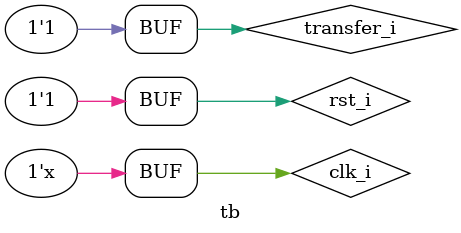
<source format=v>
module apb(input clk,rst,transfer,pready,pwrite,output reg pselx,penable);

parameter ideal=0,setup=1,access=2;

reg[1:0]cs,ns;

always @(posedge clk or negedge rst)
    begin
        if(!rst)
            begin
                cs<=0;
                pselx<=0;
                penable<=0;
            end
        else
            cs<=ns;
    end

always @(*)
    begin
        case(cs)
            ideal   :   if(transfer==1)
                            begin
                                ns<=setup;
                                pselx<=1;
                                penable<=0;
                            end
                        else
                            begin
                                ns<=ideal;
                                pselx<=0;
                                penable<=0;
                            end

            setup   :   if(transfer==1)
                            begin
                                ns<=access;
                                pselx<=1;
                                penable<=1;
                            end
                        else
                            begin
                                ns<=ideal;
                                pselx<=0;
                                penable<=0;
                            end

            access  :   if(pready==0)
                            begin
                                ns<=access;
                                pselx<=1;
                                penable<=1;
                            end
                        else                      //pready==1
                            begin
                                if(transfer==1)
                                   begin
                                    ns<=setup;
                                    pselx<=1;
                                    penable<=0;
                                   end
                                 else
                                    begin
                                     ns<=ideal;
                                     pselx<=0;
                                     penable<=0;
                                    end
                             end

        endcase          
    end

    endmodule

//----------------------------------------------------------------TB---------------------------------------------------------------
module tb();
 reg clk_i,rst_i,transfer_i,pready_i,pwrite_i;
 wire pselx_o,penable_o;

apb rtl(clk_i,rst_i,transfer_i,pready_i,pwrite_i,pselx_o,penable_o);

initial clk_i=0;
always #5 clk_i=~clk_i;

initial
    begin
        rst_i=0;#20;
        rst_i=1;
    end

initial
    begin
        transfer_i=0;#20;
        transfer_i=1;#10;
        transfer_i=1;#10;
        if(rtl.cs==rtl.access)
            begin
                pwrite_i=1;
                pready_i=0;
            end
       // pwrite_i=0;
      //  transfer_i=1;#30;
        //pready_i=0;#10;
     //  pready_i=1;transfer_i=0;#10;
      //  pready_i=1;transfer_
    end

always @(rtl.cs)
    begin
        case(rtl.cs)
        0:$display("IDEAL");
        1:$display("SETUP");
        2:$display("ACCESS");
        endcase
    end

always @(posedge clk_i)
    begin
        if(rtl.cs==rtl.access && penable_o==1 && pwrite_i==1)
            $display("HI");
        else
            if(rtl.cs==rtl.access && penable_o==1 && pwrite_i==0)
                $display("Bye");
    end

initial
$monitor("clk=%b rst=%b transfer=%b pready=%b pselx=%b penable=%b pwrite=%b Time=%0t",clk_i,rst_i,transfer_i,pready_i,pselx_o,penable_o,pwrite_i,$time);
endmodule

</source>
